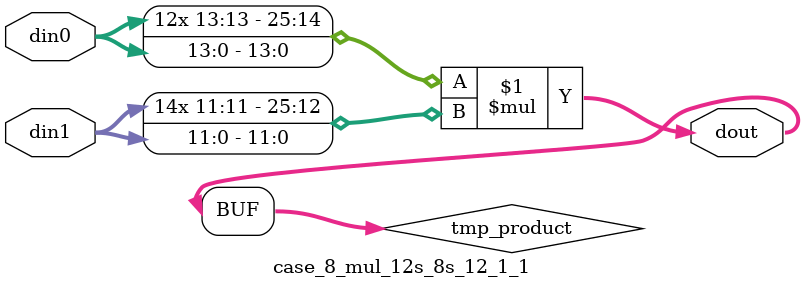
<source format=v>

`timescale 1 ns / 1 ps

 module case_8_mul_12s_8s_12_1_1(din0, din1, dout);
parameter ID = 1;
parameter NUM_STAGE = 0;
parameter din0_WIDTH = 14;
parameter din1_WIDTH = 12;
parameter dout_WIDTH = 26;

input [din0_WIDTH - 1 : 0] din0; 
input [din1_WIDTH - 1 : 0] din1; 
output [dout_WIDTH - 1 : 0] dout;

wire signed [dout_WIDTH - 1 : 0] tmp_product;



























assign tmp_product = $signed(din0) * $signed(din1);








assign dout = tmp_product;





















endmodule

</source>
